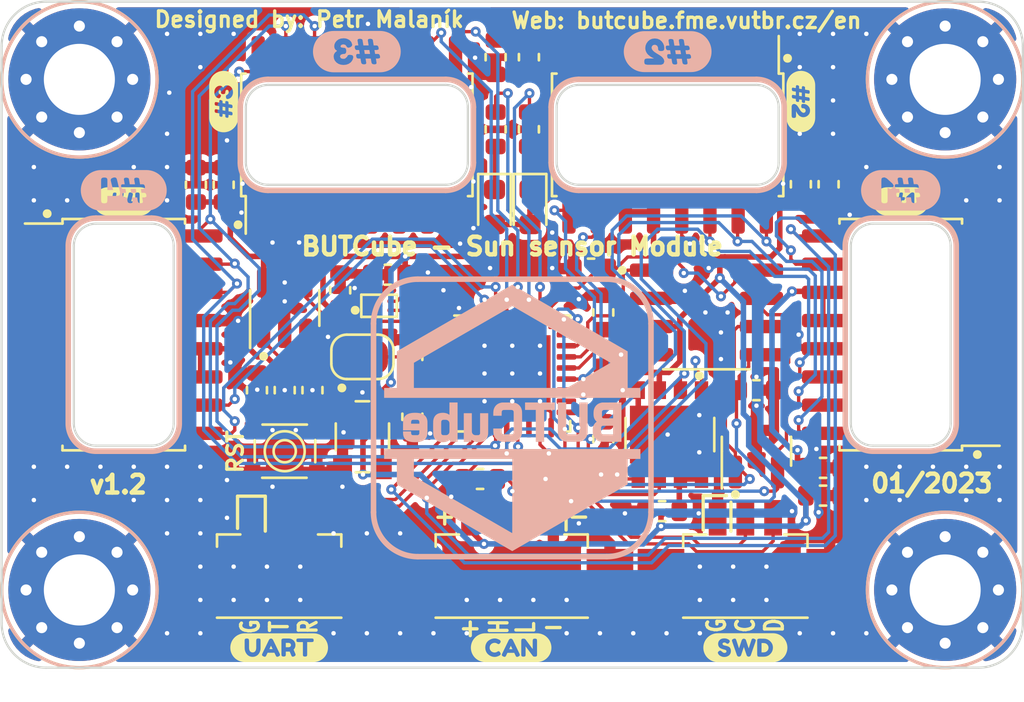
<source format=kicad_pcb>
(kicad_pcb (version 20211014) (generator pcbnew)

  (general
    (thickness 0.99)
  )

  (paper "A4")
  (title_block
    (title "BUTCube - Sun sensor")
    (date "2023-01-22")
    (rev "v1.2")
    (company "VUT - FIT(STRaDe) & FME(IAE & IPE)")
    (comment 1 "Author: Petr Malaník")
  )

  (layers
    (0 "F.Cu" mixed)
    (31 "B.Cu" mixed)
    (36 "B.SilkS" user "B.Silkscreen")
    (37 "F.SilkS" user "F.Silkscreen")
    (38 "B.Mask" user)
    (39 "F.Mask" user)
    (40 "Dwgs.User" user "User.Drawings")
    (41 "Cmts.User" user "User.Comments")
    (42 "Eco1.User" user "User.Eco1")
    (43 "Eco2.User" user "User.Eco2")
    (44 "Edge.Cuts" user)
    (45 "Margin" user)
    (46 "B.CrtYd" user "B.Courtyard")
    (47 "F.CrtYd" user "F.Courtyard")
    (48 "B.Fab" user)
    (49 "F.Fab" user)
    (51 "User.2" user "Sun_shield_stencil")
  )

  (setup
    (stackup
      (layer "F.SilkS" (type "Top Silk Screen") (color "White"))
      (layer "F.Mask" (type "Top Solder Mask") (color "Blue") (thickness 0.01))
      (layer "F.Cu" (type "copper") (thickness 0.035))
      (layer "dielectric 1" (type "core") (thickness 0.9) (material "FR4") (epsilon_r 4.5) (loss_tangent 0.02))
      (layer "B.Cu" (type "copper") (thickness 0.035))
      (layer "B.Mask" (type "Bottom Solder Mask") (color "Blue") (thickness 0.01))
      (layer "B.SilkS" (type "Bottom Silk Screen") (color "White"))
      (copper_finish "None")
      (dielectric_constraints no)
    )
    (pad_to_mask_clearance 0)
    (pcbplotparams
      (layerselection 0x0080000_7ffffffe)
      (disableapertmacros false)
      (usegerberextensions true)
      (usegerberattributes true)
      (usegerberadvancedattributes true)
      (creategerberjobfile false)
      (svguseinch false)
      (svgprecision 6)
      (excludeedgelayer true)
      (plotframeref false)
      (viasonmask false)
      (mode 1)
      (useauxorigin false)
      (hpglpennumber 1)
      (hpglpenspeed 20)
      (hpglpendiameter 15.000000)
      (dxfpolygonmode true)
      (dxfimperialunits false)
      (dxfusepcbnewfont true)
      (psnegative false)
      (psa4output false)
      (plotreference true)
      (plotvalue true)
      (plotinvisibletext false)
      (sketchpadsonfab false)
      (subtractmaskfromsilk false)
      (outputformat 1)
      (mirror false)
      (drillshape 0)
      (scaleselection 1)
      (outputdirectory "gerbers/Gatema_v1.2")
    )
  )

  (net 0 "")
  (net 1 "+3V3")
  (net 2 "GND")
  (net 3 "Net-(C16-Pad1)")
  (net 4 "/VREF")
  (net 5 "Net-(D1-Pad1)")
  (net 6 "Net-(D2-Pad1)")
  (net 7 "/CAN.L")
  (net 8 "/CAN.H")
  (net 9 "/DBG_TX")
  (net 10 "/DBG_RX")
  (net 11 "/SWCLK")
  (net 12 "/SWDIO")
  (net 13 "Net-(JP1-Pad1)")
  (net 14 "/NRST")
  (net 15 "/LED1")
  (net 16 "/LED2")
  (net 17 "/CAN_RS")
  (net 18 "/SCK")
  (net 19 "/FR_RDY_#1")
  (net 20 "/MOSI")
  (net 21 "/CS_#1")
  (net 22 "unconnected-(U1-Pad1)")
  (net 23 "unconnected-(U1-Pad2)")
  (net 24 "unconnected-(U1-Pad3)")
  (net 25 "unconnected-(U1-Pad4)")
  (net 26 "unconnected-(U1-Pad5)")
  (net 27 "unconnected-(U1-Pad6)")
  (net 28 "unconnected-(U1-Pad7)")
  (net 29 "unconnected-(U1-Pad8)")
  (net 30 "/LSE")
  (net 31 "/WDG_RESET")
  (net 32 "/HSE")
  (net 33 "/MISO")
  (net 34 "unconnected-(U2-Pad14)")
  (net 35 "unconnected-(U2-Pad18)")
  (net 36 "/CAN_RX")
  (net 37 "/CAN_TX")
  (net 38 "/FR_RDY_#2")
  (net 39 "/CS_#2")
  (net 40 "unconnected-(U3-Pad1)")
  (net 41 "unconnected-(U3-Pad2)")
  (net 42 "unconnected-(U3-Pad3)")
  (net 43 "unconnected-(U3-Pad4)")
  (net 44 "unconnected-(U3-Pad5)")
  (net 45 "unconnected-(U3-Pad6)")
  (net 46 "unconnected-(U3-Pad7)")
  (net 47 "unconnected-(U3-Pad8)")
  (net 48 "unconnected-(U4-Pad3)")
  (net 49 "/FR_RDY_#3")
  (net 50 "/CS_#3")
  (net 51 "unconnected-(U5-Pad1)")
  (net 52 "unconnected-(U5-Pad2)")
  (net 53 "unconnected-(U5-Pad3)")
  (net 54 "unconnected-(U5-Pad4)")
  (net 55 "unconnected-(U5-Pad5)")
  (net 56 "unconnected-(U5-Pad6)")
  (net 57 "unconnected-(U5-Pad7)")
  (net 58 "unconnected-(U5-Pad8)")
  (net 59 "/FRAM_CS")
  (net 60 "/FR_RDY_#4")
  (net 61 "/CS_#4")
  (net 62 "unconnected-(U7-Pad1)")
  (net 63 "unconnected-(U7-Pad2)")
  (net 64 "unconnected-(U7-Pad3)")
  (net 65 "unconnected-(U7-Pad4)")
  (net 66 "unconnected-(U7-Pad5)")
  (net 67 "unconnected-(U7-Pad6)")
  (net 68 "unconnected-(U7-Pad7)")
  (net 69 "unconnected-(U7-Pad8)")
  (net 70 "unconnected-(X1-Pad1)")

  (footprint "Package_TO_SOT_SMD:SOT-23-5" (layer "F.Cu") (at 133.75 98.8 90))

  (footprint "TCY_oscillators:CSP-4_1.5x0.8mm" (layer "F.Cu") (at 138 98.7))

  (footprint "TCY_IC:DFN-8-1EP_4.5x4mm_P0.95mm_EP3.6x2.6mm" (layer "F.Cu") (at 151.1 104.5 -90))

  (footprint "TCY_oscillators:ECS-TXO-3225" (layer "F.Cu") (at 137.25 104.6 -90))

  (footprint "Package_TO_SOT_SMD:SOT-23" (layer "F.Cu") (at 155 105.25 90))

  (footprint "MountingHole:MountingHole_3.2mm_M3_Pad_Via" (layer "F.Cu") (at 163.5 111.5))

  (footprint "TCY_passives:C_0603_1608Metric" (layer "F.Cu") (at 155 102.5 180))

  (footprint "TCY_passives:C_0603_1608Metric" (layer "F.Cu") (at 144.75 87.5 -90))

  (footprint "TCY_passives:C_0603_1608Metric" (layer "F.Cu") (at 131 93.25 90))

  (footprint "TCY_passives:C_0603_1608Metric" (layer "F.Cu") (at 158 106))

  (footprint "TCY_passives:C_0603_1608Metric" (layer "F.Cu") (at 150.75 107.95 180))

  (footprint "TCY_passives:R_0603_1608Metric" (layer "F.Cu") (at 143.25 90.75 90))

  (footprint "TCY_passives:C_0603_1608Metric" (layer "F.Cu") (at 148.1 102.2 90))

  (footprint "MountingHole:MountingHole_3.2mm_M3_Pad_Via" (layer "F.Cu") (at 124.5 111.5))

  (footprint "Package_DFN_QFN:QFN-32-1EP_5x5mm_P0.5mm_EP3.45x3.45mm" (layer "F.Cu") (at 144 101.75))

  (footprint "Package_SO:SO-16_5.3x10.2mm_P1.27mm" (layer "F.Cu") (at 161.5 100 180))

  (footprint "TCY_buttons_switches:KMT031NGJLHS" (layer "F.Cu") (at 133.75 105.25))

  (footprint "Package_SO:SOIC-8_3.9x4.9mm_P1.27mm" (layer "F.Cu") (at 152.75 99))

  (footprint "kibuzzard-62EB8F41" (layer "F.Cu") (at 131 89.5 90))

  (footprint "TCY_passives:R_0603_1608Metric" (layer "F.Cu") (at 133.75 102.5 -90))

  (footprint "kibuzzard-62EB8F32" (layer "F.Cu") (at 157 89.5 -90))

  (footprint "TCY_passives:C_0603_1608Metric" (layer "F.Cu") (at 158.25 93.225 90))

  (footprint "TCY_passives:R_0603_1608Metric" (layer "F.Cu") (at 144.75 90.75 90))

  (footprint "Package_SO:SO-16_5.3x10.2mm_P1.27mm" (layer "F.Cu") (at 137 91 90))

  (footprint "TCY_passives:C_0603_1608Metric" (layer "F.Cu") (at 148.1 104.7 -90))

  (footprint "LED_SMD:LED_0603_1608Metric" (layer "F.Cu") (at 144.8 94.25 -90))

  (footprint "TCY_passives:C_0603_1608Metric" (layer "F.Cu") (at 157 93.225 90))

  (footprint "MountingHole:MountingHole_3.2mm_M3_Pad_Via" (layer "F.Cu") (at 124.5 88.5))

  (footprint "TCY_connectors:Amphenol_10114828-11103LF_1x03_P1.25mm_Vertical" (layer "F.Cu") (at 154.5 109))

  (footprint "TCY_connectors:Amphenol_10114828-11103LF_1x03_P1.25mm_Vertical" (layer "F.Cu") (at 133.5 109))

  (footprint "Package_SO:SO-16_5.3x10.2mm_P1.27mm" (layer "F.Cu") (at 151 91 -90))

  (footprint "Package_SO:SO-16_5.3x10.2mm_P1.27mm" (layer "F.Cu") (at 126.5 100))

  (footprint "TCY_passives:C_0603_1608Metric" (layer "F.Cu") (at 148.1 99 90))

  (footprint "TCY_passives:R_0603_1608Metric" (layer "F.Cu") (at 145.45 106.5 180))

  (footprint "Jumper:SolderJumper-2_P1.3mm_Open_RoundedPad1.0x1.5mm" (layer "F.Cu") (at 137.25 101))

  (footprint "MountingHole:MountingHole_3.2mm_M3_Pad_Via" (layer "F.Cu") (at 163.5 88.5))

  (footprint "TCY_connectors:Amphenol_10114828-11104LF_1x04_P1.25mm_Vertical" (layer "F.Cu") (at 144 111.2))

  (footprint "TCY_passives:R_0603_1608Metric" (layer "F.Cu") (at 142.55 106.5 180))

  (footprint "TCY_passives:C_0603_1608Metric" (layer "F.Cu") (at 139.5 103.7 -90))

  (footprint "TCY_passives:R_0603_1608Metric" (layer "F.Cu") (at 147.55 97.025 180))

  (footprint "TCY_passives:C_0603_1608Metric" (layer "F.Cu") (at 138.4 97.3 180))

  (footprint "TCY_passives:C_0603_1608Metric" (layer "F.Cu") (at 136.25 98 90))

  (footprint "TCY_passives:C_0603_1608Metric" (layer "F.Cu") (at 132.5 102.5 90))

  (footprint "kibuzzard-62EB8F1C" (layer "F.Cu") (at 133.5 114.1))

  (footprint "TCY_passives:C_0603_1608Metric" (layer "F.Cu") (at 139.5 101 90))

  (footprint "kibuzzard-62EB8F2A" (layer "F.Cu") (at 161.5 94))

  (footprint "TCY_passives:C_0603_1608Metric" (layer "F.Cu") (at 143.25 87.5 -90))

  (footprint "kibuzzard-62EB8F4D" (layer "F.Cu") (at 126.5 94))

  (footprint "kibuzzard-62EB8F09" (layer "F.Cu")
    (tedit 62EB8F09) (tstamp dfd4ad15-09f5-40ac-bb16-d19eb5f4ed19)
    (at 154.5 114.1)
    (descr "Converted using: scripting")
    (tags "svg2mod")
    (attr board_only exclude_from_pos_files exclude_from_bom)
    (fp_text reference "kibuzzard-62EB8F09" (at 0 -0.651515) (layer "F.SilkS") hide
      (effects (font (size 0.000254 0.000254) (thickness 0.000003)))
      (tstamp 278b9e85-8e23-493f-be2f-c1e95d96a4ef)
    )
    (fp_text value "G***" (at 0 0.651515) (layer "F.SilkS") hide
      (effects (font (size 0.000254 0.000254) (thickness 0.000003)))
      (tstamp fa515a3f-cad6-4deb-bb7e-9dce4d3f4eb3)
    )
    (fp_poly (pts
        (xy 0.83566 -0.209471)
        (xy 0.72898 -0.209471)
        (xy 0.72898 0.210582)
        (xy 0.836771 0.210582)
        (xy 0.912892 0.195719)
        (xy 0.981234 0.15113)
        (xy 1.029573 0.084038)
        (xy 1.045686 0.001667)
        (xy 1.02999 -0.080982)
        (xy 0.982901 -0.148908)
        (xy 0.914698 -0.19433)
        (xy 0.83566 -0.209471)
      ) (layer "F.SilkS") (width 0) (fill solid) (tstamp f7e85de2-d477-46d5-a7da-040d68ca9db8))
    (fp_poly (pts
        (xy -1.242378 -0.651007)
        (xy -1.230432 0.197108)
        (xy -1.194594 0.155019)
        (xy -1.135698 0.128349)
        (xy -1.098471 0.14224)
        (xy -1.04902 0.183912)
        (xy -1.00457 0.220028)
        (xy -0.95123 0.237252)
        (xy -0.893815 0.227868)
        (xy -0.859367 0.199716)
        (xy -0.847884 0.152797)
        (xy -0.876221 0.110014)
        (xy -0.946785 0.085011)
        (xy -0.990679 0.07487)
        (xy -1.037908 0.060008)
        (xy -1.085136 0.041255)
        (xy -1.12903 0.019447)
        (xy -1.167785 -0.010696)
        (xy -1.199594 -0.054451)
        (xy -1.220847 -0.110153)
        (xy -1.227931 -0.176133)
        (xy -1.219844 -0.238548)
        (xy -1.195582 -0.295407)
        (xy -1.155144 -0.34671)
        (xy -1.100755 -0.387147)
        (xy -1.034635 -0.411409)
        (xy -0.956786 -0.419497)
        (xy -0.893028 -0.415191)
        (xy -0.835104 -0.402273)
        (xy -0.758984 -0.367268)
        (xy -0.731203 -0.346154)
        (xy -0.696754 -0.291703)
        (xy -0.723424 -0.230584)
        (xy -0.761762 -0.188913)
        (xy -0.801211 -0.175022)
        (xy -0.858996 -0.197247)
        (xy -0.871776 -0.208359)
        (xy -0.889 -0.222806)
        (xy -0.948452 -0.237252)
        (xy -1.008459 -0.220028)
   
... [593355 chars truncated]
</source>
